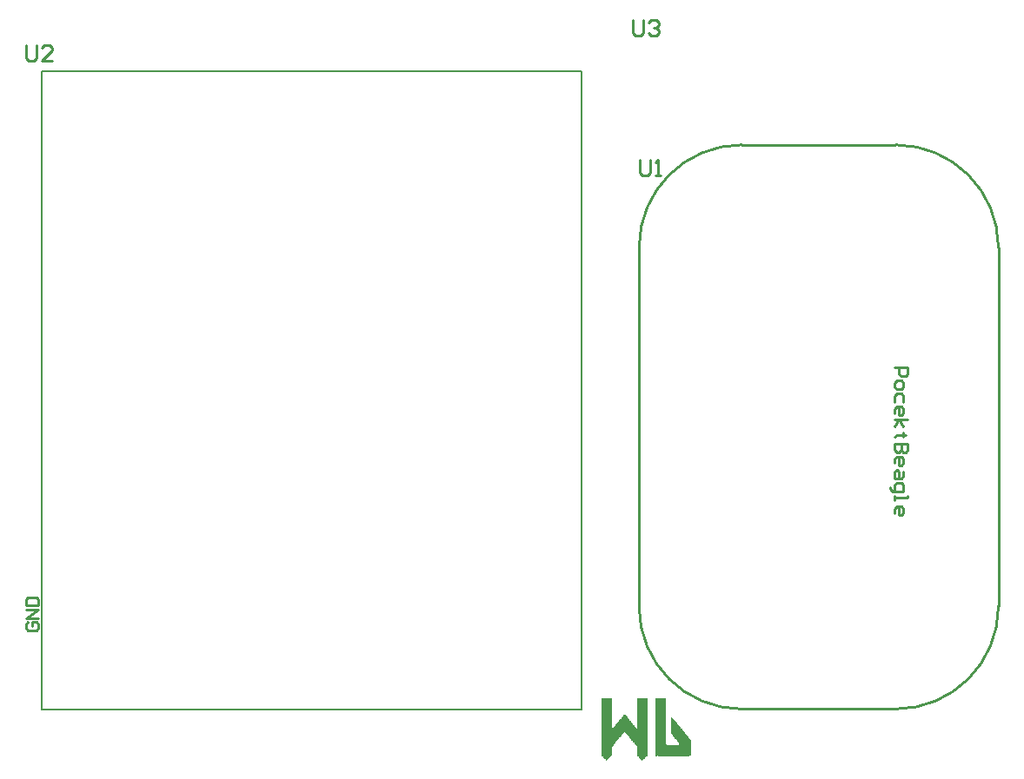
<source format=gbr>
G04*
G04 #@! TF.GenerationSoftware,Altium Limited,Altium Designer,25.5.2 (35)*
G04*
G04 Layer_Color=65535*
%FSLAX25Y25*%
%MOIN*%
G70*
G04*
G04 #@! TF.SameCoordinates,96831C8F-D5BA-46BF-BE3C-FBE6A9700D28*
G04*
G04*
G04 #@! TF.FilePolarity,Positive*
G04*
G01*
G75*
%ADD10C,0.01000*%
%ADD11C,0.00500*%
G36*
X248477Y8874D02*
X248245D01*
Y8642D01*
X248013D01*
Y8411D01*
X247781D01*
Y8179D01*
X247318D01*
Y7947D01*
X247086D01*
Y7715D01*
X246854D01*
Y7483D01*
X246622D01*
Y7715D01*
X246159D01*
Y8179D01*
X245927D01*
Y8411D01*
X245695D01*
Y8642D01*
X245464D01*
Y9106D01*
X245000D01*
Y9801D01*
X244768D01*
Y12351D01*
X245000D01*
Y12583D01*
X244768D01*
Y13046D01*
X244536D01*
Y13278D01*
X244305D01*
Y13510D01*
X244073D01*
Y13742D01*
X243841D01*
Y14205D01*
X243609D01*
Y14437D01*
X243377D01*
Y14669D01*
X243146D01*
Y14901D01*
X242914D01*
Y15133D01*
X242682D01*
Y15596D01*
X242450D01*
Y15828D01*
X242219D01*
Y16060D01*
X241987D01*
Y16291D01*
X241755D01*
Y16755D01*
X241523D01*
Y16987D01*
X241291D01*
Y17219D01*
X241060D01*
Y17450D01*
X240828D01*
Y17682D01*
X240596D01*
Y18146D01*
X240364D01*
Y18377D01*
X239901D01*
Y18146D01*
X239669D01*
Y17914D01*
X239437D01*
Y17682D01*
X239205D01*
Y17450D01*
X238973D01*
Y17219D01*
X238742D01*
Y16755D01*
X238510D01*
Y16523D01*
X238278D01*
Y16291D01*
X238046D01*
Y16060D01*
X237815D01*
Y15596D01*
X237583D01*
Y15364D01*
X237351D01*
Y15133D01*
X237119D01*
Y14901D01*
X236887D01*
Y14669D01*
X236656D01*
Y14205D01*
X236424D01*
Y13973D01*
X236192D01*
Y13742D01*
X235960D01*
Y13510D01*
X235729D01*
Y13046D01*
X235497D01*
Y12815D01*
X235265D01*
Y9338D01*
X235033D01*
Y9106D01*
X234801D01*
Y8874D01*
X234570D01*
Y8642D01*
X234338D01*
Y8411D01*
X233874D01*
Y8179D01*
X233642D01*
Y7947D01*
X233411D01*
Y7715D01*
X233179D01*
Y7483D01*
X232715D01*
Y7947D01*
X232252D01*
Y8411D01*
X232020D01*
Y8642D01*
X231788D01*
Y8874D01*
X231556D01*
Y9106D01*
X231325D01*
Y9338D01*
X231093D01*
Y31358D01*
X235265D01*
Y20000D01*
X235729D01*
Y20232D01*
X235960D01*
Y20464D01*
X236192D01*
Y20695D01*
X236424D01*
Y20927D01*
X236656D01*
Y21391D01*
X236887D01*
Y21622D01*
X237119D01*
Y21854D01*
X237351D01*
Y22086D01*
X237583D01*
Y22318D01*
X237815D01*
Y22782D01*
X238046D01*
Y23013D01*
X238278D01*
Y23245D01*
X238510D01*
Y23477D01*
X238742D01*
Y23940D01*
X238973D01*
Y24172D01*
X239205D01*
Y24404D01*
X239437D01*
Y24636D01*
X239669D01*
Y24868D01*
X239901D01*
Y25099D01*
X240364D01*
Y24868D01*
X240596D01*
Y24636D01*
X240828D01*
Y24404D01*
X241060D01*
Y23940D01*
X241291D01*
Y23709D01*
X241523D01*
Y23477D01*
X241755D01*
Y23013D01*
X241987D01*
Y22782D01*
X242219D01*
Y22550D01*
X242450D01*
Y22318D01*
X242682D01*
Y22086D01*
X242914D01*
Y21854D01*
X243146D01*
Y21391D01*
X243377D01*
Y21159D01*
X243609D01*
Y20927D01*
X243841D01*
Y20464D01*
X244073D01*
Y20232D01*
X244305D01*
Y20000D01*
X244536D01*
Y19768D01*
X244768D01*
Y20000D01*
X245000D01*
Y20464D01*
X244768D01*
Y31358D01*
X248940D01*
Y9106D01*
X248709D01*
Y8874D01*
X248477D01*
D02*
G37*
G36*
X263775Y17450D02*
Y17219D01*
X264007D01*
Y16987D01*
X264238D01*
Y16755D01*
X264470D01*
Y16291D01*
X264702D01*
Y16060D01*
X264934D01*
Y15828D01*
X265166D01*
Y15364D01*
X265397D01*
Y9338D01*
X264934D01*
Y9106D01*
X252881D01*
Y9338D01*
X252649D01*
Y9106D01*
X251954D01*
Y9338D01*
X251722D01*
Y31358D01*
X255894D01*
Y13742D01*
X256126D01*
Y13510D01*
X260993D01*
Y14205D01*
X260762D01*
Y14437D01*
X260530D01*
Y14669D01*
X260298D01*
Y14901D01*
X260066D01*
Y15364D01*
X259834D01*
Y15596D01*
X259603D01*
Y15828D01*
X259371D01*
Y16291D01*
X258907D01*
Y16755D01*
X258676D01*
Y16987D01*
X258444D01*
Y17219D01*
X258212D01*
Y17682D01*
X257980D01*
Y23940D01*
X258212D01*
Y23709D01*
X258676D01*
Y23477D01*
X258907D01*
Y23013D01*
X259139D01*
Y22782D01*
X259371D01*
Y22550D01*
X259603D01*
Y22318D01*
X259834D01*
Y22086D01*
X260066D01*
Y21622D01*
X260298D01*
Y21391D01*
X260530D01*
Y21159D01*
X260762D01*
Y20927D01*
X260993D01*
Y20695D01*
X261225D01*
Y20232D01*
X261457D01*
Y20000D01*
X261689D01*
Y19768D01*
X261920D01*
Y19536D01*
X262152D01*
Y19073D01*
X262384D01*
Y18841D01*
X262616D01*
Y18609D01*
X262848D01*
Y18377D01*
X263080D01*
Y18146D01*
X263311D01*
Y17682D01*
X263543D01*
Y17450D01*
X263775D01*
D02*
G37*
D10*
X383398Y204398D02*
G03*
X344028Y243768I-39370J0D01*
G01*
X284972D02*
G03*
X245602Y204398I0J-39370D01*
G01*
Y66602D02*
G03*
X284972Y27232I39370J0D01*
G01*
X344028D02*
G03*
X383398Y66602I0J39370D01*
G01*
Y204398D01*
X284972Y243768D02*
X344028D01*
X245602Y66602D02*
Y204398D01*
X284972Y27232D02*
X344028D01*
X246001Y237999D02*
Y233001D01*
X247001Y232001D01*
X249000D01*
X250000Y233001D01*
Y237999D01*
X251999Y232001D02*
X253999D01*
X252999D01*
Y237999D01*
X251999Y236999D01*
X343602Y158268D02*
X348601D01*
Y155769D01*
X347768Y154936D01*
X346101D01*
X345269Y155769D01*
Y158268D01*
X343602Y152436D02*
Y150770D01*
X344435Y149937D01*
X346101D01*
X346935Y150770D01*
Y152436D01*
X346101Y153269D01*
X344435D01*
X343602Y152436D01*
X346935Y144939D02*
Y147438D01*
X346101Y148271D01*
X344435D01*
X343602Y147438D01*
Y144939D01*
Y140773D02*
Y142439D01*
X344435Y143273D01*
X346101D01*
X346935Y142439D01*
Y140773D01*
X346101Y139940D01*
X345269D01*
Y143273D01*
X343602Y138274D02*
X348601D01*
X345269D02*
X346935Y135775D01*
X345269Y138274D02*
X343602Y135775D01*
X347768Y132443D02*
X346935D01*
Y133276D01*
Y131610D01*
Y132443D01*
X344435D01*
X343602Y131610D01*
X348601Y129111D02*
X343602D01*
Y126611D01*
X344435Y125778D01*
X345269D01*
X346101Y126611D01*
Y129111D01*
Y126611D01*
X346935Y125778D01*
X347768D01*
X348601Y126611D01*
Y129111D01*
X343602Y121613D02*
Y123279D01*
X344435Y124112D01*
X346101D01*
X346935Y123279D01*
Y121613D01*
X346101Y120780D01*
X345269D01*
Y124112D01*
X346935Y118281D02*
Y116615D01*
X346101Y115781D01*
X343602D01*
Y118281D01*
X344435Y119114D01*
X345269Y118281D01*
Y115781D01*
X341936Y112449D02*
Y111616D01*
X342769Y110783D01*
X346935D01*
Y113282D01*
X346101Y114115D01*
X344435D01*
X343602Y113282D01*
Y110783D01*
Y109117D02*
Y107451D01*
Y108284D01*
X348601D01*
Y109117D01*
X343602Y102453D02*
Y104119D01*
X344435Y104952D01*
X346101D01*
X346935Y104119D01*
Y102453D01*
X346101Y101619D01*
X345269D01*
Y104952D01*
X10400Y282098D02*
Y277100D01*
X11400Y276100D01*
X13399D01*
X14399Y277100D01*
Y282098D01*
X20397Y276100D02*
X16398D01*
X20397Y280099D01*
Y281098D01*
X19397Y282098D01*
X17398D01*
X16398Y281098D01*
X11260Y60563D02*
X10472Y59775D01*
Y58200D01*
X11260Y57412D01*
X14411D01*
X15198Y58200D01*
Y59775D01*
X14411Y60563D01*
X12835D01*
Y58988D01*
X15198Y62139D02*
X10472D01*
X15198Y65289D01*
X10472D01*
Y66865D02*
X15198D01*
Y69228D01*
X14411Y70016D01*
X11260D01*
X10472Y69228D01*
Y66865D01*
X243300Y291698D02*
Y286700D01*
X244300Y285700D01*
X246299D01*
X247299Y286700D01*
Y291698D01*
X249298Y290698D02*
X250298Y291698D01*
X252297D01*
X253297Y290698D01*
Y289699D01*
X252297Y288699D01*
X251297D01*
X252297D01*
X253297Y287699D01*
Y286700D01*
X252297Y285700D01*
X250298D01*
X249298Y286700D01*
D11*
X16500Y27000D02*
Y272000D01*
Y27000D02*
X223500D01*
X16500Y272000D02*
X223500D01*
Y27000D02*
Y272000D01*
M02*

</source>
